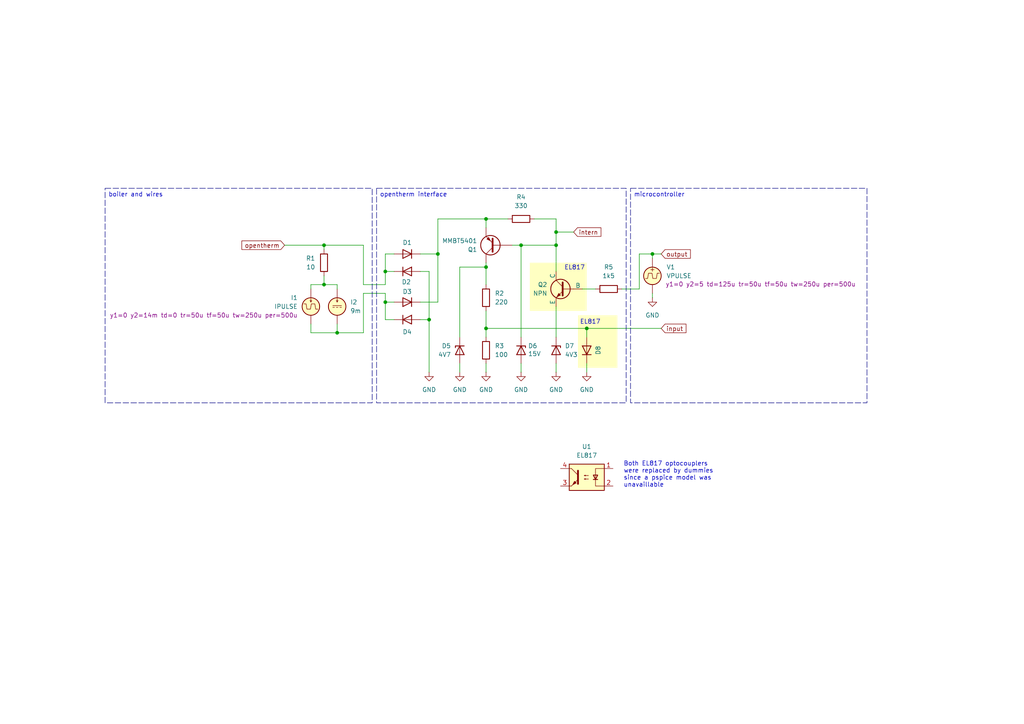
<source format=kicad_sch>
(kicad_sch (version 20231120) (generator "eeschema") (generator_version "8.0")
  (paper "A4")
  (lib_symbols
    (symbol "D_1" (pin_numbers hide) (pin_names (offset 1.016) hide)
      (property "Reference" "D" (at 0 2.54 0))
      (property "Value" "D" (at 0 -2.54 0))
      (symbol "D_1_0_1"
        (polyline (pts (xy -1.27 1.27) (xy -1.27 -1.27)) (stroke (width 0.254)))
        (polyline (pts (xy 1.27 0) (xy -1.27 0)))
        (polyline (pts (xy 1.27 1.27) (xy 1.27 -1.27) (xy -1.27 0) (xy 1.27 1.27)) (stroke (width 0.254)))
      )
      (symbol "D_1_1_1"
        (pin passive line (at -3.81 0 0) (length 2.54) (name "K") (number "1"))
        (pin passive line (at 3.81 0 180) (length 2.54) (name "A") (number "2"))
      )
    )
    (symbol "D_2" (pin_numbers hide) (pin_names (offset 1.016) hide)
      (property "Reference" "D" (at 0 2.54 0))
      (property "Value" "D" (at 0 -2.54 0))
      (symbol "D_2_0_1"
        (polyline (pts (xy -1.27 1.27) (xy -1.27 -1.27)) (stroke (width 0.254)))
        (polyline (pts (xy 1.27 0) (xy -1.27 0)))
        (polyline (pts (xy 1.27 1.27) (xy 1.27 -1.27) (xy -1.27 0) (xy 1.27 1.27)) (stroke (width 0.254)))
      )
      (symbol "D_2_1_1"
        (pin passive line (at -3.81 0 0) (length 2.54) (name "K") (number "1"))
        (pin passive line (at 3.81 0 180) (length 2.54) (name "A") (number "2"))
      )
    )
    (symbol "D_3" (pin_numbers hide) (pin_names (offset 1.016) hide)
      (property "Reference" "D" (at 0 2.54 0))
      (property "Value" "D" (at 0 -2.54 0))
      (symbol "D_3_0_1"
        (polyline (pts (xy -1.27 1.27) (xy -1.27 -1.27)) (stroke (width 0.254)))
        (polyline (pts (xy 1.27 0) (xy -1.27 0)))
        (polyline (pts (xy 1.27 1.27) (xy 1.27 -1.27) (xy -1.27 0) (xy 1.27 1.27)) (stroke (width 0.254)))
      )
      (symbol "D_3_1_1"
        (pin passive line (at -3.81 0 0) (length 2.54) (name "K") (number "1"))
        (pin passive line (at 3.81 0 180) (length 2.54) (name "A") (number "2"))
      )
    )
    (symbol "D_4" (pin_numbers hide) (pin_names (offset 1.016) hide)
      (property "Reference" "D" (at 0 2.54 0))
      (property "Value" "D" (at 0 -2.54 0))
      (symbol "D_4_0_1"
        (polyline (pts (xy -1.27 1.27) (xy -1.27 -1.27)) (stroke (width 0.254)))
        (polyline (pts (xy 1.27 0) (xy -1.27 0)))
        (polyline (pts (xy 1.27 1.27) (xy 1.27 -1.27) (xy -1.27 0) (xy 1.27 1.27)) (stroke (width 0.254)))
      )
      (symbol "D_4_1_1"
        (pin passive line (at -3.81 0 0) (length 2.54) (name "K") (number "1"))
        (pin passive line (at 3.81 0 180) (length 2.54) (name "A") (number "2"))
      )
    )
    (symbol "D_Zener_1" (pin_numbers hide) (pin_names (offset 1.016) hide)
      (property "Reference" "D" (at 0 2.54 0))
      (property "Value" "D_Zener" (at 0 -2.54 0))
      (symbol "D_Zener_1_0_1"
        (polyline (pts (xy 1.27 0) (xy -1.27 0)))
        (polyline (pts (xy -1.27 -1.27) (xy -1.27 1.27) (xy -0.762 1.27)) (stroke (width 0.254)))
        (polyline (pts (xy 1.27 -1.27) (xy 1.27 1.27) (xy -1.27 0) (xy 1.27 -1.27)) (stroke (width 0.254)))
      )
      (symbol "D_Zener_1_1_1"
        (pin passive line (at -3.81 0 0) (length 2.54) (name "K") (number "1"))
        (pin passive line (at 3.81 0 180) (length 2.54) (name "A") (number "2"))
      )
    )
    (symbol "D_Zener_2" (pin_numbers hide) (pin_names (offset 1.016) hide)
      (property "Reference" "D" (at 0 2.54 0))
      (property "Value" "D_Zener" (at 0 -2.54 0))
      (symbol "D_Zener_2_0_1"
        (polyline (pts (xy 1.27 0) (xy -1.27 0)))
        (polyline (pts (xy -1.27 -1.27) (xy -1.27 1.27) (xy -0.762 1.27)) (stroke (width 0.254)))
        (polyline (pts (xy 1.27 -1.27) (xy 1.27 1.27) (xy -1.27 0) (xy 1.27 -1.27)) (stroke (width 0.254)))
      )
      (symbol "D_Zener_2_1_1"
        (pin passive line (at -3.81 0 0) (length 2.54) (name "K") (number "1"))
        (pin passive line (at 3.81 0 180) (length 2.54) (name "A") (number "2"))
      )
    )
    (symbol "Device:D_Zener" (pin_numbers hide) (pin_names (offset 1.016) hide)
      (property "Reference" "D" (at 0 2.54 0))
      (property "Value" "D_Zener" (at 0 -2.54 0))
      (symbol "D_Zener_0_1"
        (polyline (pts (xy 1.27 0) (xy -1.27 0)))
        (polyline (pts (xy -1.27 -1.27) (xy -1.27 1.27) (xy -0.762 1.27)) (stroke (width 0.254)))
        (polyline (pts (xy 1.27 -1.27) (xy 1.27 1.27) (xy -1.27 0) (xy 1.27 -1.27)) (stroke (width 0.254)))
      )
      (symbol "D_Zener_1_1"
        (pin passive line (at -3.81 0 0) (length 2.54) (name "K") (number "1"))
        (pin passive line (at 3.81 0 180) (length 2.54) (name "A") (number "2"))
      )
    )
    (symbol "Device:Q_PNP_BCE" (pin_numbers hide) (pin_names (offset 0) hide)
      (property "Reference" "Q" (at 5.08 1.27 0))
      (property "Value" "Q_PNP_BCE" (at 5.08 -1.27 0))
      (symbol "Q_PNP_BCE_0_1"
        (polyline (pts (xy 0.635 0.635) (xy 2.54 2.54)))
        (polyline (pts (xy 0.635 -0.635) (xy 2.54 -2.54) (xy 2.54 -2.54)))
        (polyline (pts (xy 0.635 1.905) (xy 0.635 -1.905) (xy 0.635 -1.905)) (stroke (width 0.508)))
        (polyline (pts (xy 2.286 -1.778) (xy 1.778 -2.286) (xy 1.27 -1.27) (xy 2.286 -1.778) (xy 2.286 -1.778)) (fill (type outline)))
        (circle (center 1.27 0) (radius 2.8194) (stroke (width 0.254)))
      )
      (symbol "Q_PNP_BCE_1_1"
        (pin input line (at -5.08 0 0) (length 5.715) (name "B") (number "1"))
        (pin passive line (at 2.54 5.08 270) (length 2.54) (name "C") (number "2"))
        (pin passive line (at 2.54 -5.08 90) (length 2.54) (name "E") (number "3"))
      )
    )
    (symbol "Device:R" (pin_numbers hide) (pin_names (offset 0))
      (property "Reference" "R" (at 2.032 0 90))
      (property "Value" "R" (at 0 0 90))
      (symbol "R_0_1"
        (rectangle (start -1.016 -2.54) (end 1.016 2.54) (stroke (width 0.254)))
      )
      (symbol "R_1_1"
        (pin passive line (at 0 3.81 270) (length 1.27) (name "~") (number "1"))
        (pin passive line (at 0 -3.81 90) (length 1.27) (name "~") (number "2"))
      )
    )
    (symbol "Isolator:EL817" (pin_names (offset 1.016))
      (property "Reference" "U" (at -5.08 5.08 0))
      (property "Value" "EL817" (at 0 5.08 0))
      (symbol "EL817_0_1"
        (rectangle (start -5.08 3.81) (end 5.08 -3.81) (stroke (width 0.254)) (fill (type background)))
        (polyline (pts (xy -3.175 -0.635) (xy -1.905 -0.635)) (stroke (width 0.254)))
        (polyline (pts (xy 2.54 0.635) (xy 4.445 2.54)))
        (polyline (pts (xy 4.445 -2.54) (xy 2.54 -0.635)) (fill (type outline)))
        (polyline (pts (xy 4.445 -2.54) (xy 5.08 -2.54)))
        (polyline (pts (xy 4.445 2.54) (xy 5.08 2.54)))
        (polyline (pts (xy -5.08 2.54) (xy -2.54 2.54) (xy -2.54 -0.635)))
        (polyline (pts (xy -2.54 -0.635) (xy -2.54 -2.54) (xy -5.08 -2.54)))
        (polyline (pts (xy 2.54 1.905) (xy 2.54 -1.905) (xy 2.54 -1.905)) (stroke (width 0.508)))
        (polyline (pts (xy -2.54 -0.635) (xy -3.175 0.635) (xy -1.905 0.635) (xy -2.54 -0.635)) (stroke (width 0.254)))
        (polyline (pts (xy -0.508 -0.508) (xy 0.762 -0.508) (xy 0.381 -0.635) (xy 0.381 -0.381) (xy 0.762 -0.508)))
        (polyline (pts (xy -0.508 0.508) (xy 0.762 0.508) (xy 0.381 0.381) (xy 0.381 0.635) (xy 0.762 0.508)))
        (polyline (pts (xy 3.048 -1.651) (xy 3.556 -1.143) (xy 4.064 -2.159) (xy 3.048 -1.651) (xy 3.048 -1.651)) (fill (type outline)))
      )
      (symbol "EL817_1_1"
        (pin passive line (at -7.62 2.54 0) (length 2.54) (name "~") (number "1"))
        (pin passive line (at -7.62 -2.54 0) (length 2.54) (name "~") (number "2"))
        (pin passive line (at 7.62 -2.54 180) (length 2.54) (name "~") (number "3"))
        (pin passive line (at 7.62 2.54 180) (length 2.54) (name "~") (number "4"))
      )
    )
    (symbol "Simulation_SPICE:D" (pin_numbers hide) (pin_names (offset 1.016) hide)
      (property "Reference" "D" (at 0 2.54 0))
      (property "Value" "D" (at 0 -2.54 0))
      (symbol "D_0_1"
        (polyline (pts (xy -1.27 1.27) (xy -1.27 -1.27)) (stroke (width 0.254)))
        (polyline (pts (xy 1.27 0) (xy -1.27 0)))
        (polyline (pts (xy 1.27 1.27) (xy 1.27 -1.27) (xy -1.27 0) (xy 1.27 1.27)) (stroke (width 0.254)))
      )
      (symbol "D_1_1"
        (pin passive line (at -3.81 0 0) (length 2.54) (name "K") (number "1"))
        (pin passive line (at 3.81 0 180) (length 2.54) (name "A") (number "2"))
      )
    )
    (symbol "Simulation_SPICE:IDC" (pin_numbers hide) (pin_names (offset 0.0254))
      (property "Reference" "I" (at 2.54 2.54 0))
      (property "Value" "1" (at 2.54 0 0))
      (symbol "IDC_0_0"
        (polyline (pts (xy -1.27 0.254) (xy 1.27 0.254)))
        (polyline (pts (xy -0.762 -0.254) (xy -1.27 -0.254)))
        (polyline (pts (xy 0.254 -0.254) (xy -0.254 -0.254)))
        (polyline (pts (xy 1.27 -0.254) (xy 0.762 -0.254)))
      )
      (symbol "IDC_0_1"
        (polyline (pts (xy 0 1.27) (xy 0 2.286)))
        (polyline (pts (xy -0.254 1.778) (xy 0 1.27) (xy 0.254 1.778)))
        (circle (center 0 0) (radius 2.54) (stroke (width 0.254)) (fill (type background)))
      )
      (symbol "IDC_1_1"
        (pin passive line (at 0 5.08 270) (length 2.54) (name "~") (number "1"))
        (pin passive line (at 0 -5.08 90) (length 2.54) (name "~") (number "2"))
      )
    )
    (symbol "Simulation_SPICE:IPULSE" (pin_numbers hide) (pin_names (offset 0.0254))
      (property "Reference" "I" (at 2.54 2.54 0))
      (property "Value" "IPULSE" (at 2.54 0 0))
      (property "Sim.Params" "y1=0 y2=1 td=2n tr=2n tf=2n tw=50n per=100n" (at 2.54 -2.54 0))
      (symbol "IPULSE_0_0"
        (polyline (pts (xy -2.032 -0.762) (xy -1.397 -0.762) (xy -1.143 0.762) (xy -0.127 0.762) (xy 0.127 -0.762) (xy 1.143 -0.762) (xy 1.397 0.762) (xy 2.032 0.762)))
      )
      (symbol "IPULSE_0_1"
        (polyline (pts (xy 0 1.27) (xy 0 2.286)))
        (polyline (pts (xy -0.254 1.778) (xy 0 1.27) (xy 0.254 1.778)))
        (circle (center 0 0) (radius 2.54) (stroke (width 0.254)) (fill (type background)))
      )
      (symbol "IPULSE_1_1"
        (pin passive line (at 0 5.08 270) (length 2.54) (name "~") (number "1"))
        (pin passive line (at 0 -5.08 90) (length 2.54) (name "~") (number "2"))
      )
    )
    (symbol "Simulation_SPICE:NPN" (pin_numbers hide) (pin_names (offset 0))
      (property "Reference" "Q" (at -2.54 7.62 0))
      (property "Value" "NPN" (at -2.54 5.08 0))
      (symbol "NPN_0_1"
        (polyline (pts (xy -2.54 0) (xy 0.635 0)) (stroke (width 0.1524)))
        (polyline (pts (xy 0.635 0.635) (xy 2.54 2.54)))
        (polyline (pts (xy 2.794 -1.27) (xy 2.794 -1.27)) (stroke (width 0.1524)))
        (polyline (pts (xy 2.794 -1.27) (xy 2.794 -1.27)) (stroke (width 0.1524)))
        (polyline (pts (xy 0.635 -0.635) (xy 2.54 -2.54) (xy 2.54 -2.54)))
        (polyline (pts (xy 0.635 1.905) (xy 0.635 -1.905) (xy 0.635 -1.905)) (stroke (width 0.508)))
        (polyline (pts (xy 1.27 -1.778) (xy 1.778 -1.27) (xy 2.286 -2.286) (xy 1.27 -1.778) (xy 1.27 -1.778)) (fill (type outline)))
        (circle (center 1.27 0) (radius 2.8194) (stroke (width 0.254)))
      )
      (symbol "NPN_1_1"
        (pin open_collector line (at 2.54 5.08 270) (length 2.54) (name "C") (number "1"))
        (pin input line (at -5.08 0 0) (length 2.54) (name "B") (number "2"))
        (pin open_emitter line (at 2.54 -5.08 90) (length 2.54) (name "E") (number "3"))
      )
    )
    (symbol "Simulation_SPICE:VPULSE" (pin_numbers hide) (pin_names (offset 0.0254))
      (property "Reference" "V" (at 2.54 2.54 0))
      (property "Value" "VPULSE" (at 2.54 0 0))
      (property "Sim.Params" "y1=0 y2=1 td=2n tr=2n tf=2n tw=50n per=100n" (at 2.54 -2.54 0))
      (symbol "VPULSE_0_0"
        (polyline (pts (xy -2.032 -0.762) (xy -1.397 -0.762) (xy -1.143 0.762) (xy -0.127 0.762) (xy 0.127 -0.762) (xy 1.143 -0.762) (xy 1.397 0.762) (xy 2.032 0.762)))
        (text "+" (at 0 1.905 0) (effects (font (size 1.27 1.27))))
      )
      (symbol "VPULSE_0_1"
        (circle (center 0 0) (radius 2.54) (stroke (width 0.254)) (fill (type background)))
      )
      (symbol "VPULSE_1_1"
        (pin passive line (at 0 5.08 270) (length 2.54) (name "~") (number "1"))
        (pin passive line (at 0 -5.08 90) (length 2.54) (name "~") (number "2"))
      )
    )
    (symbol "power:GND" (power) (pin_numbers hide) (pin_names (offset 0) hide)
      (property "Value" "GND" (at 0 -3.81 0))
      (symbol "GND_0_1"
        (polyline (pts (xy 0 0) (xy 0 -1.27) (xy 1.27 -1.27) (xy 0 -2.54) (xy -1.27 -1.27) (xy 0 -1.27)))
      )
      (symbol "GND_1_1"
        (pin power_in line (at 0 0 270) (length 0) (name "~") (number "1"))
      )
    )
  )
  (junction (at 111.76 78.74))
  (junction (at 127 73.66))
  (junction (at 140.97 77.47))
  (junction (at 124.46 92.71))
  (junction (at 140.97 63.5))
  (junction (at 151.13 71.12))
  (junction (at 97.79 96.52))
  (junction (at 93.98 71.12))
  (junction (at 93.98 82.55))
  (junction (at 140.97 95.25))
  (junction (at 161.29 71.12))
  (junction (at 161.29 67.31))
  (junction (at 170.18 95.25))
  (junction (at 111.76 87.63))
  (junction (at 189.23 73.66))
  (wire (pts (xy 185.42 73.66) (xy 185.42 83.82)))
  (wire (pts (xy 105.41 71.12) (xy 105.41 82.55)))
  (wire (pts (xy 185.42 73.66) (xy 189.23 73.66)))
  (wire (pts (xy 161.29 67.31) (xy 166.37 67.31)))
  (wire (pts (xy 133.35 105.41) (xy 133.35 107.95)))
  (wire (pts (xy 111.76 87.63) (xy 111.76 85.09)))
  (wire (pts (xy 140.97 90.17) (xy 140.97 95.25)))
  (wire (pts (xy 189.23 73.66) (xy 189.23 74.93)))
  (wire (pts (xy 93.98 80.01) (xy 93.98 82.55)))
  (wire (pts (xy 140.97 76.2) (xy 140.97 77.47)))
  (wire (pts (xy 124.46 92.71) (xy 124.46 78.74)))
  (wire (pts (xy 140.97 63.5) (xy 140.97 66.04)))
  (wire (pts (xy 140.97 95.25) (xy 140.97 97.79)))
  (wire (pts (xy 111.76 73.66) (xy 114.3 73.66)))
  (wire (pts (xy 121.92 73.66) (xy 127 73.66)))
  (wire (pts (xy 111.76 92.71) (xy 111.76 87.63)))
  (wire (pts (xy 105.41 82.55) (xy 111.76 82.55)))
  (wire (pts (xy 161.29 67.31) (xy 161.29 63.5)))
  (wire (pts (xy 105.41 96.52) (xy 105.41 85.09)))
  (wire (pts (xy 124.46 78.74) (xy 121.92 78.74)))
  (wire (pts (xy 140.97 105.41) (xy 140.97 107.95)))
  (wire (pts (xy 127 63.5) (xy 127 73.66)))
  (wire (pts (xy 161.29 105.41) (xy 161.29 107.95)))
  (wire (pts (xy 170.18 95.25) (xy 191.77 95.25)))
  (wire (pts (xy 93.98 71.12) (xy 105.41 71.12)))
  (wire (pts (xy 140.97 63.5) (xy 147.32 63.5)))
  (wire (pts (xy 161.29 71.12) (xy 161.29 67.31)))
  (wire (pts (xy 111.76 87.63) (xy 114.3 87.63)))
  (wire (pts (xy 140.97 77.47) (xy 133.35 77.47)))
  (wire (pts (xy 93.98 71.12) (xy 93.98 72.39)))
  (wire (pts (xy 93.98 82.55) (xy 97.79 82.55)))
  (wire (pts (xy 111.76 73.66) (xy 111.76 78.74)))
  (wire (pts (xy 161.29 88.9) (xy 161.29 97.79)))
  (wire (pts (xy 111.76 78.74) (xy 111.76 82.55)))
  (wire (pts (xy 90.17 82.55) (xy 93.98 82.55)))
  (wire (pts (xy 114.3 92.71) (xy 111.76 92.71)))
  (wire (pts (xy 121.92 87.63) (xy 127 87.63)))
  (wire (pts (xy 140.97 77.47) (xy 140.97 82.55)))
  (wire (pts (xy 189.23 85.09) (xy 189.23 86.36)))
  (wire (pts (xy 151.13 105.41) (xy 151.13 107.95)))
  (wire (pts (xy 189.23 73.66) (xy 191.77 73.66)))
  (wire (pts (xy 170.18 95.25) (xy 170.18 97.79)))
  (wire (pts (xy 124.46 92.71) (xy 124.46 107.95)))
  (wire (pts (xy 97.79 96.52) (xy 105.41 96.52)))
  (wire (pts (xy 97.79 82.55) (xy 97.79 83.82)))
  (wire (pts (xy 97.79 96.52) (xy 97.79 93.98)))
  (wire (pts (xy 90.17 93.98) (xy 90.17 96.52)))
  (wire (pts (xy 140.97 95.25) (xy 170.18 95.25)))
  (wire (pts (xy 151.13 71.12) (xy 161.29 71.12)))
  (wire (pts (xy 154.94 63.5) (xy 161.29 63.5)))
  (wire (pts (xy 121.92 92.71) (xy 124.46 92.71)))
  (wire (pts (xy 127 63.5) (xy 140.97 63.5)))
  (wire (pts (xy 170.18 105.41) (xy 170.18 107.95)))
  (wire (pts (xy 161.29 71.12) (xy 161.29 78.74)))
  (wire (pts (xy 185.42 83.82) (xy 180.34 83.82)))
  (wire (pts (xy 133.35 77.47) (xy 133.35 97.79)))
  (wire (pts (xy 151.13 71.12) (xy 151.13 97.79)))
  (wire (pts (xy 82.55 71.12) (xy 93.98 71.12)))
  (wire (pts (xy 90.17 96.52) (xy 97.79 96.52)))
  (wire (pts (xy 90.17 83.82) (xy 90.17 82.55)))
  (wire (pts (xy 105.41 85.09) (xy 111.76 85.09)))
  (wire (pts (xy 168.91 83.82) (xy 172.72 83.82)))
  (wire (pts (xy 127 73.66) (xy 127 87.63)))
  (wire (pts (xy 148.59 71.12) (xy 151.13 71.12)))
  (wire (pts (xy 111.76 78.74) (xy 114.3 78.74)))
  (rectangle (start 167.64 91.44) (end 179.07 106.68) (stroke (width -0.0001) (color 194 194 194 1)) (fill (type color) (color 255 255 194 1)))
  (rectangle (start 153.67 76.2) (end 170.18 90.17) (stroke (width -0.0001) (color 194 194 194 1)) (fill (type color) (color 255 255 194 1)))
  (text_box "microcontroller" (at 182.88 54.61 0) (size 68.58 62.23) (stroke (width 0) (type dash) (color 0 0 132 1)) (effects (font (size 1.27 1.27)) (justify left top)))
  (text_box "boiler and wires" (at 30.48 54.61 0) (size 77.47 62.23) (stroke (width 0) (type dash) (color 0 0 132 1)) (effects (font (size 1.27 1.27)) (justify left top)))
  (text_box "opentherm interface" (at 109.22 54.61 0) (size 72.39 62.23) (stroke (width 0) (type dash) (color 0 0 132 1)) (effects (font (size 1.27 1.27)) (justify left top)))
  (text "EL817" (at 169.672 77.724 0) (effects (font (size 1.27 1.27)) (justify right)))
  (text "EL817" (at 171.196 93.472 0) (effects (font (size 1.27 1.27))))
  (text "Both EL817 optocouplers \nwere replaced by dummies \nsince a pspice model was \nunavaillable" (at 180.848 137.668 0) (effects (font (size 1.27 1.27)) (justify left)))
  (global_label "intern" (shape input) (at 166.37 67.31 0) (property "Intersheetrefs" "${INTERSHEET_REFS}" (effects (hide yes))))
  (global_label "output" (shape input) (at 191.77 73.66 0) (property "Intersheetrefs" "${INTERSHEET_REFS}" (effects (hide yes))))
  (global_label "input" (shape input) (at 191.77 95.25 0) (property "Intersheetrefs" "${INTERSHEET_REFS}" (effects (hide yes))))
  (global_label "opentherm" (shape input) (at 82.55 71.12 180) (property "Intersheetrefs" "${INTERSHEET_REFS}" (effects (hide yes))))
  (symbol (lib_id "Simulation_SPICE:VPULSE") (at 189.23 80.01 0) (unit 1)
    (property "Reference" "V1" (at 193.294 77.47 0) (effects (justify left)))
    (property "Value" "VPULSE" (at 193.294 80.01 0) (effects (justify left)))
    (property "Datasheet" "https://ngspice.sourceforge.io/docs/ngspice-html-manual/manual.xhtml#sec_Independent_Sources_for" (effects (hide yes)))
    (property "Description" "Voltage source, pulse" (effects (hide yes)))
    (property "Sim.Pins" "1=+ 2=-" (effects (hide yes)))
    (property "Sim.Type" "PULSE" (effects (hide yes)))
    (property "Sim.Device" "V" (effects (hide yes)))
    (property "Sim.Params" "y1=0 y2=5 td=125u tr=50u tf=50u tw=250u per=500u" (at 193.04 82.4201 0) (effects (justify left)))
  )
  (symbol (lib_id "power:GND") (at 151.13 107.95 0) (unit 1)
    (property "Reference" "#PWR04" (effects (hide yes)))
    (property "Value" "GND" (at 151.13 113.03 0))
    (property "Description" "Power symbol creates a global label with name \"GND\" , ground" (effects (hide yes)))
  )
  (symbol (lib_name "D_Zener_1") (lib_id "Device:D_Zener") (at 161.29 101.6 270) (unit 1)
    (property "Reference" "D7" (at 163.83 100.3299 90) (effects (justify left)))
    (property "Value" "4V3" (at 163.83 102.8699 90) (effects (justify left)))
    (property "Description" "Zener diode" (effects (hide yes)))
    (property "Sim.Device" "D" (effects (hide yes)))
    (property "Sim.Pins" "1=K 2=A" (effects (hide yes)))
    (property "Sim.Params" "bv=4.3" (effects (hide yes)))
  )
  (symbol (lib_name "D_3") (lib_id "Simulation_SPICE:D") (at 118.11 87.63 180) (unit 1)
    (property "Reference" "D3" (at 118.11 84.582 0))
    (property "Value" "D" (effects (hide yes)))
    (property "Datasheet" "https://ngspice.sourceforge.io/docs/ngspice-html-manual/manual.xhtml#cha_DIODEs" (effects (hide yes)))
    (property "Description" "Diode for simulation or PCB" (effects (hide yes)))
    (property "Sim.Device" "D" (effects (hide yes)))
    (property "Sim.Pins" "1=K 2=A" (effects (hide yes)))
    (property "Sim.Params" "rs=50m cjo=10p" (effects (hide yes)))
  )
  (symbol (lib_name "D_4") (lib_id "Simulation_SPICE:D") (at 118.11 73.66 180) (unit 1)
    (property "Reference" "D1" (at 118.11 70.358 0))
    (property "Value" "D" (effects (hide yes)))
    (property "Datasheet" "https://ngspice.sourceforge.io/docs/ngspice-html-manual/manual.xhtml#cha_DIODEs" (effects (hide yes)))
    (property "Description" "Diode for simulation or PCB" (effects (hide yes)))
    (property "Sim.Device" "D" (effects (hide yes)))
    (property "Sim.Pins" "1=K 2=A" (effects (hide yes)))
    (property "Sim.Params" "rs=50m cjo=10p" (effects (hide yes)))
  )
  (symbol (lib_id "Isolator:EL817") (at 170.18 138.43 0) (mirror y) (unit 1) (exclude_from_sim yes)
    (property "Reference" "U1" (at 170.18 129.54 0))
    (property "Value" "EL817" (at 170.18 132.08 0))
    (property "Footprint" "Package_DIP:DIP-4_W7.62mm" (effects (hide yes)))
    (property "Datasheet" "http://www.everlight.com/file/ProductFile/EL817.pdf" (effects (hide yes)))
    (property "Description" "DC Optocoupler, Vce 35V, DIP-4" (effects (hide yes)))
  )
  (symbol (lib_id "Device:R") (at 93.98 76.2 0) (mirror y) (unit 1)
    (property "Reference" "R1" (at 91.44 74.9299 0) (effects (justify left)))
    (property "Value" "10" (at 91.44 77.4699 0) (effects (justify left)))
    (property "Description" "Resistor" (effects (hide yes)))
  )
  (symbol (lib_name "D_Zener_2") (lib_id "Device:D_Zener") (at 151.13 101.6 270) (unit 1)
    (property "Reference" "D6" (at 153.162 100.33 90) (effects (justify left)))
    (property "Value" "15V" (at 153.162 102.616 90) (effects (justify left)))
    (property "Description" "Zener diode" (effects (hide yes)))
    (property "Sim.Device" "D" (effects (hide yes)))
    (property "Sim.Pins" "1=K 2=A" (effects (hide yes)))
    (property "Sim.Params" "bv=15" (effects (hide yes)))
  )
  (symbol (lib_id "Device:R") (at 176.53 83.82 270) (unit 1)
    (property "Reference" "R5" (at 176.53 77.47 90))
    (property "Value" "1k5" (at 176.53 80.01 90))
    (property "Description" "Resistor" (effects (hide yes)))
  )
  (symbol (lib_id "power:GND") (at 124.46 107.95 0) (unit 1)
    (property "Reference" "#PWR01" (effects (hide yes)))
    (property "Value" "GND" (at 124.46 113.03 0))
    (property "Description" "Power symbol creates a global label with name \"GND\" , ground" (effects (hide yes)))
  )
  (symbol (lib_id "Device:R") (at 151.13 63.5 270) (unit 1)
    (property "Reference" "R4" (at 151.13 57.15 90))
    (property "Value" "330" (at 151.13 59.69 90))
    (property "Description" "Resistor" (effects (hide yes)))
  )
  (symbol (lib_name "D_2") (lib_id "Simulation_SPICE:D") (at 118.11 78.74 0) (unit 1)
    (property "Reference" "D2" (at 117.856 81.788 0))
    (property "Value" "D" (effects (hide yes)))
    (property "Datasheet" "https://ngspice.sourceforge.io/docs/ngspice-html-manual/manual.xhtml#cha_DIODEs" (effects (hide yes)))
    (property "Description" "Diode for simulation or PCB" (effects (hide yes)))
    (property "Sim.Device" "D" (effects (hide yes)))
    (property "Sim.Pins" "1=K 2=A" (effects (hide yes)))
    (property "Sim.Params" "rs=50m cjo=10p" (effects (hide yes)))
  )
  (symbol (lib_id "power:GND") (at 161.29 107.95 0) (unit 1)
    (property "Reference" "#PWR05" (effects (hide yes)))
    (property "Value" "GND" (at 161.29 113.03 0))
    (property "Description" "Power symbol creates a global label with name \"GND\" , ground" (effects (hide yes)))
  )
  (symbol (lib_id "power:GND") (at 189.23 86.36 0) (unit 1)
    (property "Reference" "#PWR07" (effects (hide yes)))
    (property "Value" "GND" (at 189.23 91.44 0))
    (property "Description" "Power symbol creates a global label with name \"GND\" , ground" (effects (hide yes)))
  )
  (symbol (lib_id "power:GND") (at 140.97 107.95 0) (unit 1)
    (property "Reference" "#PWR03" (effects (hide yes)))
    (property "Value" "GND" (at 140.97 113.03 0))
    (property "Description" "Power symbol creates a global label with name \"GND\" , ground" (effects (hide yes)))
  )
  (symbol (lib_id "Simulation_SPICE:NPN") (at 163.83 83.82 0) (mirror y) (unit 1)
    (property "Reference" "Q2" (at 158.75 82.5499 0) (effects (justify left)))
    (property "Value" "NPN" (at 158.75 85.0899 0) (effects (justify left)))
    (property "Datasheet" "https://ngspice.sourceforge.io/docs/ngspice-html-manual/manual.xhtml#cha_BJTs" (effects (hide yes)))
    (property "Description" "Bipolar transistor symbol for simulation only, substrate tied to the emitter" (effects (hide yes)))
    (property "Sim.Device" "NPN" (effects (hide yes)))
    (property "Sim.Type" "GUMMELPOON" (effects (hide yes)))
    (property "Sim.Pins" "1=C 2=B 3=E" (effects (hide yes)))
  )
  (symbol (lib_id "Simulation_SPICE:D") (at 118.11 92.71 0) (unit 1)
    (property "Reference" "D4" (at 118.11 96.266 0))
    (property "Value" "D" (effects (hide yes)))
    (property "Datasheet" "https://ngspice.sourceforge.io/docs/ngspice-html-manual/manual.xhtml#cha_DIODEs" (effects (hide yes)))
    (property "Description" "Diode for simulation or PCB" (effects (hide yes)))
    (property "Sim.Device" "D" (effects (hide yes)))
    (property "Sim.Pins" "1=K 2=A" (effects (hide yes)))
    (property "Sim.Params" "rs=50m cjo=10p" (effects (hide yes)))
  )
  (symbol (lib_id "Device:R") (at 140.97 86.36 0) (unit 1)
    (property "Reference" "R2" (at 143.51 85.0899 0) (effects (justify left)))
    (property "Value" "220" (at 143.51 87.6299 0) (effects (justify left)))
    (property "Description" "Resistor" (effects (hide yes)))
  )
  (symbol (lib_id "Simulation_SPICE:IPULSE") (at 90.17 88.9 0) (mirror y) (unit 1)
    (property "Reference" "I1" (at 86.36 86.3599 0) (effects (justify left)))
    (property "Value" "IPULSE" (at 86.36 88.8999 0) (effects (justify left)))
    (property "Datasheet" "https://ngspice.sourceforge.io/docs/ngspice-html-manual/manual.xhtml#sec_Independent_Sources_for" (effects (hide yes)))
    (property "Description" "Current source, pulse" (effects (hide yes)))
    (property "Sim.Pins" "1=+ 2=-" (effects (hide yes)))
    (property "Sim.Device" "I" (effects (hide yes)))
    (property "Sim.Type" "PULSE" (effects (hide yes)))
    (property "Sim.Params" "y1=0 y2=14m td=0 tr=50u tf=50u tw=250u per=500u" (at 86.36 91.4399 0) (effects (justify left)))
  )
  (symbol (lib_id "Simulation_SPICE:IDC") (at 97.79 88.9 0) (unit 1)
    (property "Reference" "I2" (at 101.6 87.6299 0) (effects (justify left)))
    (property "Value" "9m" (at 101.6 90.1699 0) (effects (justify left)))
    (property "Datasheet" "https://ngspice.sourceforge.io/docs/ngspice-html-manual/manual.xhtml#sec_Independent_Sources_for" (effects (hide yes)))
    (property "Description" "Current source, DC" (effects (hide yes)))
    (property "Sim.Pins" "1=+ 2=-" (effects (hide yes)))
    (property "Sim.Type" "DC" (effects (hide yes)))
    (property "Sim.Device" "I" (effects (hide yes)))
  )
  (symbol (lib_id "power:GND") (at 170.18 107.95 0) (unit 1)
    (property "Reference" "#PWR06" (effects (hide yes)))
    (property "Value" "GND" (at 170.18 113.03 0))
    (property "Description" "Power symbol creates a global label with name \"GND\" , ground" (effects (hide yes)))
  )
  (symbol (lib_id "Device:Q_PNP_BCE") (at 143.51 71.12 180) (unit 1)
    (property "Reference" "Q1" (at 138.43 72.3901 0) (effects (justify left)))
    (property "Value" "MMBT5401" (at 138.43 69.8501 0) (effects (justify left)))
    (property "Description" "PNP transistor, base/collector/emitter" (effects (hide yes)))
    (property "Sim.Device" "PNP" (effects (hide yes)))
    (property "Sim.Type" "GUMMELPOON" (effects (hide yes)))
    (property "Sim.Pins" "1=B 2=C 3=E" (effects (hide yes)))
    (property "Sim.Params" "is=6.734e-14 bf=220 nf=1 vaf=60 ikf=0.1 br=8 nr=1 var=8 ikr=0.03 isc=1e-13 nc=2 rb=10 re=0.3 rc=0.3 cje=24p vje=0.75 mje=0.33 tf=200p xtf=2 vtf=2 itf=0.02 ptf=0 cjc=12p vjc=0.5 mjc=0.5 xcjc=0.5 tr=200n cjs=0 vjs=0.75 mjs=0.5" (effects (hide yes)))
  )
  (symbol (lib_id "power:GND") (at 133.35 107.95 0) (unit 1)
    (property "Reference" "#PWR02" (effects (hide yes)))
    (property "Value" "GND" (at 133.35 113.03 0))
    (property "Description" "Power symbol creates a global label with name \"GND\" , ground" (effects (hide yes)))
  )
  (symbol (lib_id "Device:D_Zener") (at 133.35 101.6 90) (mirror x) (unit 1)
    (property "Reference" "D5" (at 130.81 100.3299 90) (effects (justify left)))
    (property "Value" "4V7" (at 130.81 102.8699 90) (effects (justify left)))
    (property "Description" "Zener diode" (effects (hide yes)))
    (property "Sim.Device" "D" (effects (hide yes)))
    (property "Sim.Pins" "1=K 2=A" (effects (hide yes)))
    (property "Sim.Params" "bv=4.7" (effects (hide yes)))
  )
  (symbol (lib_name "D_1") (lib_id "Simulation_SPICE:D") (at 170.18 101.6 90) (unit 1)
    (property "Reference" "D8" (at 173.482 101.6 0))
    (property "Value" "D" (effects (hide yes)))
    (property "Datasheet" "https://ngspice.sourceforge.io/docs/ngspice-html-manual/manual.xhtml#cha_DIODEs" (effects (hide yes)))
    (property "Description" "Diode for simulation or PCB" (effects (hide yes)))
    (property "Sim.Device" "D" (effects (hide yes)))
    (property "Sim.Pins" "1=K 2=A" (effects (hide yes)))
    (property "Sim.Params" "rs=50m cjo=10p" (effects (hide yes)))
  )
  (symbol (lib_id "Device:R") (at 140.97 101.6 0) (unit 1)
    (property "Reference" "R3" (at 143.51 100.3299 0) (effects (justify left)))
    (property "Value" "100" (at 143.51 102.8699 0) (effects (justify left)))
    (property "Description" "Resistor" (effects (hide yes)))
  )
)
</source>
